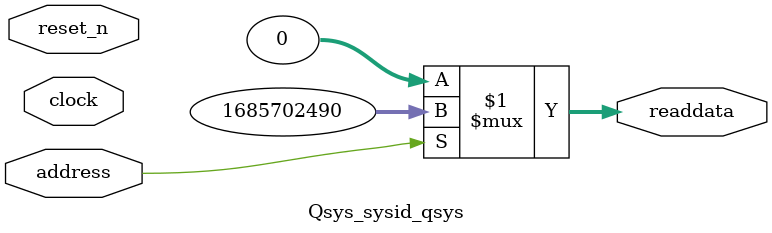
<source format=v>



// synthesis translate_off
`timescale 1ns / 1ps
// synthesis translate_on

// turn off superfluous verilog processor warnings 
// altera message_level Level1 
// altera message_off 10034 10035 10036 10037 10230 10240 10030 

module Qsys_sysid_qsys (
               // inputs:
                address,
                clock,
                reset_n,

               // outputs:
                readdata
             )
;

  output  [ 31: 0] readdata;
  input            address;
  input            clock;
  input            reset_n;

  wire    [ 31: 0] readdata;
  //control_slave, which is an e_avalon_slave
  assign readdata = address ? 1685702490 : 0;

endmodule



</source>
